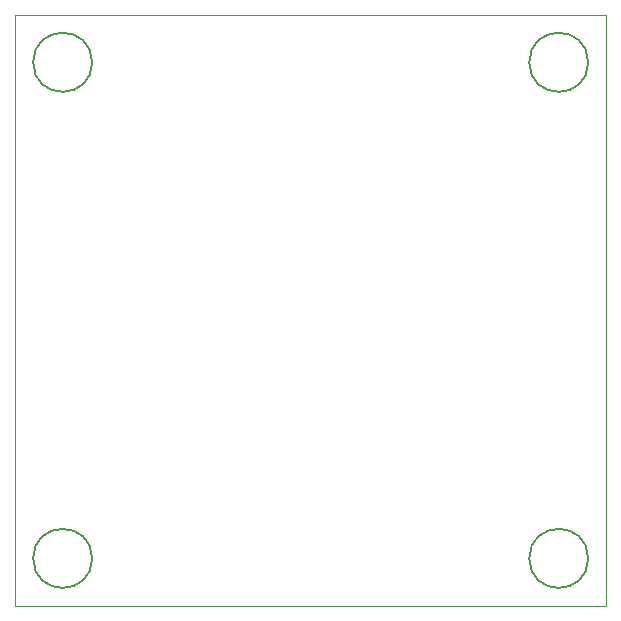
<source format=gbr>
G04 #@! TF.GenerationSoftware,KiCad,Pcbnew,(6.0.0-rc1-dev-1546-g786ee0e)*
G04 #@! TF.CreationDate,2021-05-18T14:50:20-07:00
G04 #@! TF.ProjectId,Dock,446f636b-2e6b-4696-9361-645f70636258,rev?*
G04 #@! TF.SameCoordinates,Original*
G04 #@! TF.FileFunction,Profile,NP*
%FSLAX46Y46*%
G04 Gerber Fmt 4.6, Leading zero omitted, Abs format (unit mm)*
G04 Created by KiCad (PCBNEW (6.0.0-rc1-dev-1546-g786ee0e)) date Tue 18 May 2021 02:50:20 PM PDT*
%MOMM*%
%LPD*%
G04 APERTURE LIST*
%ADD10C,0.150000*%
%ADD11C,0.050000*%
%ADD12C,0.100000*%
G04 APERTURE END LIST*
D10*
X108000000Y-24500000D02*
G75*
G03X108000000Y-24500000I-2500000J0D01*
G01*
X108000000Y-66500000D02*
G75*
G03X108000000Y-66500000I-2500000J0D01*
G01*
X66000000Y-66500000D02*
G75*
G03X66000000Y-66500000I-2500000J0D01*
G01*
X66000000Y-24500000D02*
G75*
G03X66000000Y-24500000I-2500000J0D01*
G01*
D11*
X59500000Y-20500000D02*
X59500000Y-21000000D01*
X109500000Y-20500000D02*
X59500000Y-20500000D01*
X109500000Y-21000000D02*
X109500000Y-20500000D01*
D12*
X109500000Y-70500000D02*
X109500000Y-21000000D01*
X59500000Y-70500000D02*
X109500000Y-70500000D01*
X59500000Y-21000000D02*
X59500000Y-70500000D01*
M02*

</source>
